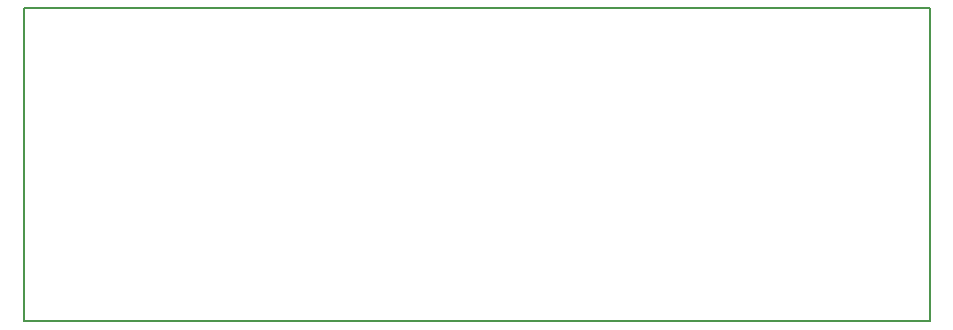
<source format=gtp>
G04 #@! TF.FileFunction,Paste,Top*
%FSLAX46Y46*%
G04 Gerber Fmt 4.6, Leading zero omitted, Abs format (unit mm)*
G04 Created by KiCad (PCBNEW 4.0.7) date 11/22/17 14:23:38*
%MOMM*%
%LPD*%
G01*
G04 APERTURE LIST*
%ADD10C,0.100000*%
%ADD11C,0.150000*%
G04 APERTURE END LIST*
D10*
D11*
X18034000Y-22352000D02*
X18542000Y-22352000D01*
X18034000Y-23431500D02*
X18034000Y-22352000D01*
X94742000Y-22352000D02*
X94742000Y-23431500D01*
X18034000Y-48831500D02*
X18034000Y-23431500D01*
X39878000Y-48831500D02*
X18034000Y-48831500D01*
X94742000Y-48831500D02*
X39878000Y-48831500D01*
X94742000Y-47307500D02*
X94742000Y-48831500D01*
X94742000Y-23431500D02*
X94742000Y-47307500D01*
X18542000Y-22352000D02*
X94742000Y-22352000D01*
M02*

</source>
